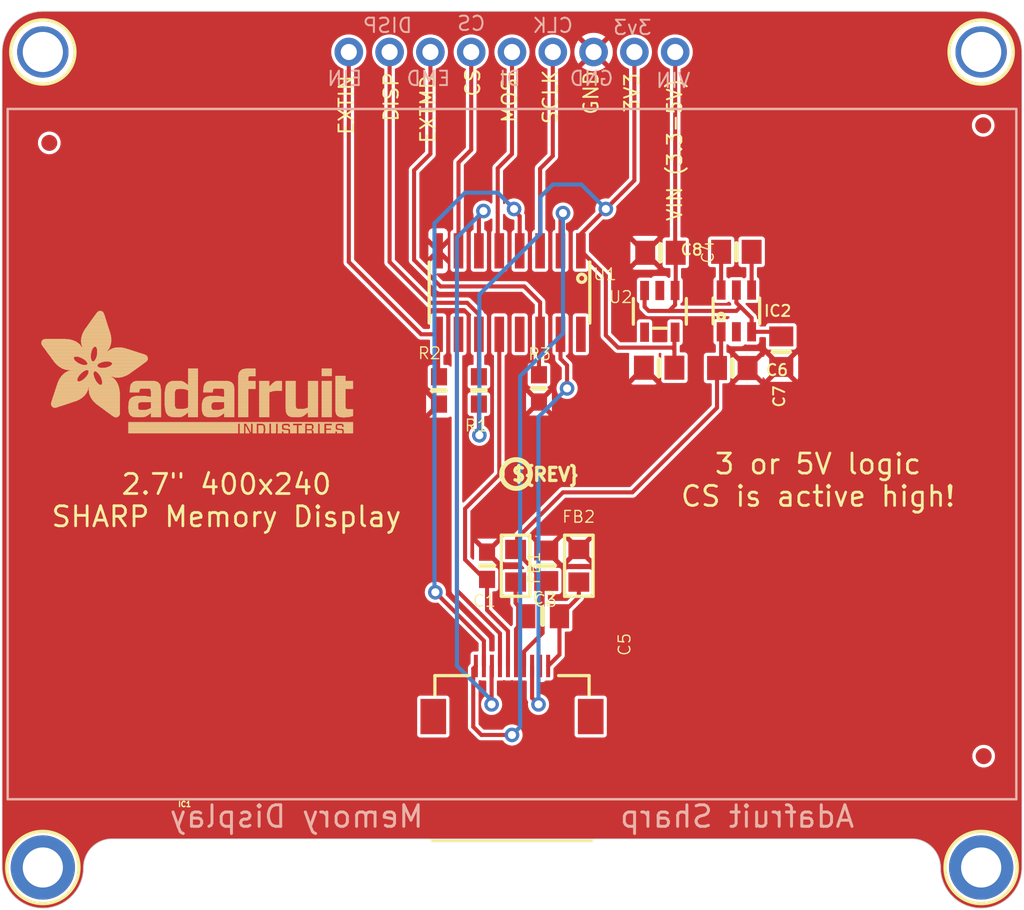
<source format=kicad_pcb>
(kicad_pcb (version 20221018) (generator pcbnew)
  (layers (0 "F.Cu" signal) (1 "In1.Cu" signal) (2 "In2.Cu" signal) (3 "In3.Cu" signal) (4 "In4.Cu" signal) (5 "In5.Cu" signal) (6 "In6.Cu" signal) (7 "In7.Cu" signal) (8 "In8.Cu" signal) (9 "In9.Cu" signal) (10 "In10.Cu" signal) (11 "In11.Cu" signal) (12 "In12.Cu" signal) (13 "In13.Cu" signal) (14 "In14.Cu" signal) (31 "B.Cu" signal) (34 "B.Paste" user) (35 "F.Paste" user) (36 "B.SilkS" user "B.Silkscreen") (37 "F.SilkS" user "F.Silkscreen") (38 "B.Mask" user) (39 "F.Mask" user) (44 "Edge.Cuts" user))
  (net 0 "")
  (net 1 "AVDD")
  (net 2 "AGND")
  (net 3 "GND")
  (net 4 "EXTMODE")
  (net 5 "EXTCOMIN")
  (net 6 "SCS")
  (net 7 "SI")
  (net 8 "SCLK")
  (net 9 "DISP")
  (net 10 "VIN")
  (net 11 "3.3V")
  (net 12 "SCLK_5V")
  (net 13 "SI_5V")
  (net 14 "SCS_5V")
  (net 15 "DISP_5V")
  (net 16 "EXTCOMIN_5V")
  (net 17 "EXTMODE_5V")
  (net 18 "5.0V")
  (net 19 "N$1")
  (net 20 "N$2")
  (footprint "working:FIDUCIAL_1MM" (layer "F.Cu") (at 177.8671 123.4696 180)
    (fp_text reference "FID2" hide)
    (fp_text value "FIDUCIAL_1MM" hide)
    (pad "1" smd roundrect (at 0 0 180) (size 1 1) (layers "F.Cu" "F.Mask") (roundrect_rratio 0.5))
  )
  (footprint "working:MOUNTINGHOLE_2.5_PLATED_THICK" (layer "F.Cu") (at 177.7111 130.4036 90)
    (fp_text reference "U$21" hide)
    (fp_text value "MOUNTINGHOLE2.5_THICK" hide)
    (pad "P$1" thru_hole circle (at 0 0 90) (size 4 4) (drill 2.5) (layers "*.Cu" "*.Mask"))
    (zone (net 0) (net_name "") (layer "F.Cu") (connect_pads (clearance 0)) (min_thickness 0.25)
      (keepout (tracks not_allowed) (vias not_allowed) (pads not_allowed) (copperpour not_allowed) (footprints allowed))
      (fill (thermal_gap 0.5) (thermal_bridge_width 0.5))
      (polygon (pts (xy 177.7111 128.1376) (xy 177.409072 128.157818) (xy 177.112433 128.218113) (xy 176.826478 128.317407) (xy 176.556309 128.45393) (xy 176.306747 128.625245) (xy 176.082246 128.828294) (xy 175.886811 129.059455) (xy 175.723931 129.314602) (xy 175.596513 129.589182) (xy 175.506829 129.878296) (xy 175.45648 130.176783) (xy 175.446365 130.479318) (xy 175.476665 130.780502) (xy 175.546838 131.07496) (xy 175.655632 131.357438) (xy 175.801106 131.622895) (xy 175.980664 131.866593) (xy 176.191102 132.084184) (xy 176.428664 132.271785) (xy 176.689111 132.426048) (xy 176.967796 132.54422) (xy 177.259745 132.624193) (xy 177.559748 132.66454) (xy 177.862452 132.66454) (xy 178.162455 132.624193) (xy 178.454404 132.54422) (xy 178.733089 132.426048) (xy 178.993536 132.271785) (xy 179.231098 132.084184) (xy 179.441536 131.866593) (xy 179.621094 131.622895) (xy 179.766568 131.357438) (xy 179.875362 131.07496) (xy 179.945535 130.780502) (xy 179.975835 130.479318) (xy 179.96572 130.176783) (xy 179.915371 129.878296) (xy 179.825687 129.589182) (xy 179.698269 129.314602) (xy 179.535389 129.059455) (xy 179.339954 128.828294) (xy 179.115453 128.625245) (xy 178.865891 128.45393) (xy 178.595722 128.317407) (xy 178.309767 128.218113) (xy 178.013128 128.157818)))
      (polygon (pts (xy 177.7111 130.1696) (xy 177.615924 130.18983) (xy 177.537204 130.247023) (xy 177.488553 130.33129) (xy 177.478382 130.42806) (xy 177.50845 130.5206) (xy 177.573558 130.59291) (xy 177.662449 130.632487) (xy 177.759751 130.632487) (xy 177.848642 130.59291) (xy 177.91375 130.5206) (xy 177.943818 130.42806) (xy 177.933647 130.33129) (xy 177.884996 130.247023) (xy 177.806276 130.18983)))
    )
  )
  (footprint "working:_0805" (layer "F.Cu") (at 148.7261 111.6076 -90)
    (fp_text reference "FB1" (at -0.9525 -1.143 90) (layer "F.SilkS") (effects (font (size 0.73282 0.73282) (thickness 0.07998)) (justify right)))
    (fp_text value "FERRITE")
    (pad "1" smd rect (at -1.016 0 270) (size 1.2 1.3) (layers "F.Cu" "F.Paste" "F.Mask") (net 18 "5.0V"))
    (pad "2" smd rect (at 1.016 0 270) (size 1.2 1.3) (layers "F.Cu" "F.Paste" "F.Mask") (net 1 "AVDD"))
  )
  (footprint "working:SOT23-6" (layer "F.Cu") (at 162.4711 95.7326)
    (fp_text reference "IC2" (at 1.651 0) (layer "F.SilkS") (effects (font (size 0.692831 0.692831) (thickness 0.119969)) (justify left)))
    (fp_text value "AP3602")
    (pad "1" smd rect (at -0.95 1.3) (size 0.55 1.2) (layers "F.Cu" "F.Paste" "F.Mask") (net 18 "5.0V"))
    (pad "2" smd rect (at 0 1.3) (size 0.55 1.2) (layers "F.Cu" "F.Paste" "F.Mask") (net 3 "GND"))
    (pad "3" smd rect (at 0.95 1.3) (size 0.55 1.2) (layers "F.Cu" "F.Paste" "F.Mask") (net 10 "VIN"))
    (pad "4" smd rect (at 0.95 -1.3) (size 0.55 1.2) (layers "F.Cu" "F.Paste" "F.Mask") (net 20 "N$2"))
    (pad "5" smd rect (at 0 -1.3) (size 0.55 1.2) (layers "F.Cu" "F.Paste" "F.Mask") (net 10 "VIN"))
    (pad "6" smd rect (at -0.95 -1.3) (size 0.55 1.2) (layers "F.Cu" "F.Paste" "F.Mask") (net 19 "N$1"))
  )
  (footprint "working:MOUNTINGHOLE_2.5_PLATED" (layer "F.Cu") (at 119.2911 79.6036 90)
    (fp_text reference "U$28" hide)
    (fp_text value "MOUNTINGHOLE2.5" hide)
    (pad "P$1" thru_hole circle (at 0 0 90) (size 3.2 3.2) (drill 2.5) (layers "*.Cu" "*.Mask"))
    (zone (net 0) (net_name "") (layer "F.Cu") (connect_pads (clearance 0)) (min_thickness 0.25)
      (keepout (tracks not_allowed) (vias not_allowed) (pads not_allowed) (copperpour not_allowed) (footprints allowed))
      (fill (thermal_gap 0.5) (thermal_bridge_width 0.5))
      (polygon (pts (xy 119.2911 77.5876) (xy 119.010527 77.60722) (xy 118.735415 77.665696) (xy 118.471119 77.761892) (xy 118.222783 77.893935) (xy 117.99524 78.059254) (xy 117.79292 78.254633) (xy 117.61976 78.476267) (xy 117.479131 78.719844) (xy 117.37377 78.980622) (xy 117.305728 79.253525) (xy 117.276328 79.533243) (xy 117.286144 79.814329) (xy 117.334984 80.091315) (xy 117.421897 80.358807) (xy 117.545193 80.6116) (xy 117.70247 80.844774) (xy 117.890669 81.053789) (xy 118.106125 81.234578) (xy 118.344645 81.383622) (xy 118.601587 81.49802) (xy 118.87195 81.575546) (xy 119.150471 81.614689) (xy 119.431729 81.614689) (xy 119.71025 81.575546) (xy 119.980613 81.49802) (xy 120.237555 81.383622) (xy 120.476075 81.234578) (xy 120.691531 81.053789) (xy 120.87973 80.844774) (xy 121.037007 80.6116) (xy 121.160303 80.358807) (xy 121.247216 80.091315) (xy 121.296056 79.814329) (xy 121.305872 79.533243) (xy 121.276472 79.253525) (xy 121.20843 78.980622) (xy 121.103069 78.719844) (xy 120.96244 78.476267) (xy 120.78928 78.254633) (xy 120.58696 78.059254) (xy 120.359417 77.893935) (xy 120.111081 77.761892) (xy 119.846785 77.665696) (xy 119.571673 77.60722)))
      (polygon (pts (xy 119.2911 79.6196) (xy 119.302414 79.614914) (xy 119.3071 79.6036) (xy 119.302414 79.592286) (xy 119.2911 79.5876) (xy 119.279786 79.592286) (xy 119.2751 79.6036) (xy 119.279786 79.614914)))
    )
  )
  (footprint "working:0805-NO" (layer "F.Cu") (at 150.6311 111.6076 90)
    (fp_text reference "C3" (at -2.188 0.7275) (layer "F.SilkS") (effects (font (size 0.73282 0.73282) (thickness 0.07998)) (justify right)))
    (fp_text value "1µF")
    (pad "1" smd rect (at -0.95 0 90) (size 1.24 1.5) (layers "F.Cu" "F.Paste" "F.Mask") (net 18 "5.0V"))
    (pad "2" smd rect (at 0.95 0 90) (size 1.24 1.5) (layers "F.Cu" "F.Paste" "F.Mask") (net 3 "GND"))
  )
  (footprint "working:MOUNTINGHOLE_2.5_PLATED" (layer "F.Cu") (at 177.7111 79.6036 -90)
    (fp_text reference "U$27" hide)
    (fp_text value "MOUNTINGHOLE2.5" hide)
    (pad "P$1" thru_hole circle (at 0 0 270) (size 3.2 3.2) (drill 2.5) (layers "*.Cu" "*.Mask"))
    (zone (net 0) (net_name "") (layer "F.Cu") (connect_pads (clearance 0)) (min_thickness 0.25)
      (keepout (tracks not_allowed) (vias not_allowed) (pads not_allowed) (copperpour not_allowed) (footprints allowed))
      (fill (thermal_gap 0.5) (thermal_bridge_width 0.5))
      (polygon (pts (xy 177.7111 81.6196) (xy 177.991673 81.59998) (xy 178.266785 81.541504) (xy 178.531081 81.445308) (xy 178.779417 81.313265) (xy 179.00696 81.147946) (xy 179.20928 80.952567) (xy 179.38244 80.730933) (xy 179.523069 80.487356) (xy 179.62843 80.226578) (xy 179.696472 79.953675) (xy 179.725872 79.673957) (xy 179.716056 79.392871) (xy 179.667216 79.115885) (xy 179.580303 78.848393) (xy 179.457007 78.5956) (xy 179.29973 78.362426) (xy 179.111531 78.153411) (xy 178.896075 77.972622) (xy 178.657555 77.823578) (xy 178.400613 77.70918) (xy 178.13025 77.631654) (xy 177.851729 77.592511) (xy 177.570471 77.592511) (xy 177.29195 77.631654) (xy 177.021587 77.70918) (xy 176.764645 77.823578) (xy 176.526125 77.972622) (xy 176.310669 78.153411) (xy 176.12247 78.362426) (xy 175.965193 78.5956) (xy 175.841897 78.848393) (xy 175.754984 79.115885) (xy 175.706144 79.392871) (xy 175.696328 79.673957) (xy 175.725728 79.953675) (xy 175.79377 80.226578) (xy 175.899131 80.487356) (xy 176.03976 80.730933) (xy 176.21292 80.952567) (xy 176.41524 81.147946) (xy 176.642783 81.313265) (xy 176.891119 81.445308) (xy 177.155415 81.541504) (xy 177.430527 81.59998)))
      (polygon (pts (xy 177.7111 79.5876) (xy 177.699786 79.592286) (xy 177.6951 79.6036) (xy 177.699786 79.614914) (xy 177.7111 79.6196) (xy 177.722414 79.614914) (xy 177.7271 79.6036) (xy 177.722414 79.592286)))
    )
  )
  (footprint "working:SHARP_2.7IN" (layer "F.Cu") (at 148.5011 120.7516)
    (fp_text reference "IC1" (at -20.828 5.715) (layer "F.SilkS") (effects (font (size 0.32642 0.32642) (thickness 0.07998)) (justify left)))
    (fp_text value "LS013B4DN04")
    (pad "P$1" smd rect (at -2.25 -2.9) (size 0.25 1.4) (layers "F.Cu" "F.Paste" "F.Mask") (net 8 "SCLK"))
    (pad "P$2" smd rect (at -1.75 -2.9) (size 0.25 1.4) (layers "F.Cu" "F.Paste" "F.Mask") (net 7 "SI"))
    (pad "P$3" smd rect (at -1.25 -2.9) (size 0.25 1.4) (layers "F.Cu" "F.Paste" "F.Mask") (net 6 "SCS"))
    (pad "P$4" smd rect (at -0.75 -2.9) (size 0.25 1.4) (layers "F.Cu" "F.Paste" "F.Mask") (net 5 "EXTCOMIN"))
    (pad "P$5" smd rect (at -0.25 -2.9) (size 0.25 1.4) (layers "F.Cu" "F.Paste" "F.Mask") (net 9 "DISP"))
    (pad "P$6" smd rect (at 0.25 -2.9) (size 0.25 1.4) (layers "F.Cu" "F.Paste" "F.Mask") (net 1 "AVDD"))
    (pad "P$7" smd rect (at 0.75 -2.9) (size 0.25 1.4) (layers "F.Cu" "F.Paste" "F.Mask") (net 18 "5.0V"))
    (pad "P$8" smd rect (at 1.25 -2.9) (size 0.25 1.4) (layers "F.Cu" "F.Paste" "F.Mask") (net 4 "EXTMODE"))
    (pad "P$9" smd rect (at 1.75 -2.9) (size 0.25 1.4) (layers "F.Cu" "F.Paste" "F.Mask") (net 3 "GND"))
    (pad "P$10" smd rect (at 2.25 -2.9) (size 0.25 1.4) (layers "F.Cu" "F.Paste" "F.Mask") (net 2 "AGND"))
    (pad "SUPPORT1" smd rect (at -4.9 0.25) (size 1.6 2.2) (layers "F.Cu" "F.Paste" "F.Mask"))
    (pad "SUPPORT2" smd rect (at 4.9 0.25) (size 1.6 2.2) (layers "F.Cu" "F.Paste" "F.Mask"))
  )
  (footprint "working:0603-NO" (layer "F.Cu") (at 150.1811 100.5586 90)
    (fp_text reference "R3" (at 2.13 -0.7275) (layer "F.SilkS") (effects (font (size 0.73282 0.73282) (thickness 0.07998)) (justify left)))
    (fp_text value "10K")
    (pad "1" smd rect (at -0.85 0 90) (size 1.075 1) (layers "F.Cu" "F.Paste" "F.Mask") (net 3 "GND"))
    (pad "2" smd rect (at 0.85 0 90) (size 1.075 1) (layers "F.Cu" "F.Paste" "F.Mask") (net 17 "EXTMODE_5V"))
  )
  (footprint "working:0603-NO" (layer "F.Cu") (at 146.9481 111.6076 90)
    (fp_text reference "C1" (at -2.188 0.6005) (layer "F.SilkS") (effects (font (size 0.73282 0.73282) (thickness 0.07998)) (justify right)))
    (fp_text value "0.1µF")
    (pad "1" smd rect (at -0.85 0 90) (size 1.075 1) (layers "F.Cu" "F.Paste" "F.Mask") (net 9 "DISP"))
    (pad "2" smd rect (at 0.85 0 90) (size 1.075 1) (layers "F.Cu" "F.Paste" "F.Mask") (net 3 "GND"))
  )
  (footprint "working:FIDUCIAL_1MM" (layer "F.Cu") (at 119.6931 85.2656 180)
    (fp_text reference "FID1" hide)
    (fp_text value "FIDUCIAL_1MM" hide)
    (pad "1" smd roundrect (at 0 0 180) (size 1 1) (layers "F.Cu" "F.Mask") (roundrect_rratio 0.5))
  )
  (footprint "working:0603-NO" (layer "F.Cu") (at 146.4401 100.6856 90)
    (fp_text reference "R1" (at -2.188 0.6005) (layer "F.SilkS") (effects (font (size 0.73282 0.73282) (thickness 0.07998)) (justify right)))
    (fp_text value "10K")
    (pad "1" smd rect (at -0.85 0 90) (size 1.075 1) (layers "F.Cu" "F.Paste" "F.Mask") (net 11 "3.3V"))
    (pad "2" smd rect (at 0.85 0 90) (size 1.075 1) (layers "F.Cu" "F.Paste" "F.Mask") (net 15 "DISP_5V"))
  )
  (footprint "working:_0805" (layer "F.Cu") (at 152.6631 111.6076 -90)
    (fp_text reference "FB2" (at -3.05 -1.0705) (layer "F.SilkS") (effects (font (size 0.73282 0.73282) (thickness 0.07998)) (justify right)))
    (fp_text value "FERRITE")
    (pad "1" smd rect (at -1.016 0 270) (size 1.2 1.3) (layers "F.Cu" "F.Paste" "F.Mask") (net 3 "GND"))
    (pad "2" smd rect (at 1.016 0 270) (size 1.2 1.3) (layers "F.Cu" "F.Paste" "F.Mask") (net 2 "AGND"))
  )
  (footprint "working:0805-NO" (layer "F.Cu") (at 162.2171 99.2886)
    (fp_text reference "C6" (at 2.032 0.127) (layer "F.SilkS") (effects (font (size 0.692831 0.692831) (thickness 0.119969)) (justify left)))
    (fp_text value "10uF")
    (pad "1" smd rect (at -0.95 0) (size 1.24 1.5) (layers "F.Cu" "F.Paste" "F.Mask") (net 18 "5.0V"))
    (pad "2" smd rect (at 0.95 0) (size 1.24 1.5) (layers "F.Cu" "F.Paste" "F.Mask") (net 3 "GND"))
  )
  (footprint "working:0603-NO" (layer "F.Cu") (at 143.9581 100.6856 -90)
    (fp_text reference "R2" (at -2.315 1.3625) (layer "F.SilkS") (effects (font (size 0.73282 0.73282) (thickness 0.07998)) (justify left)))
    (fp_text value "10K")
    (pad "1" smd rect (at -0.85 0 270) (size 1.075 1) (layers "F.Cu" "F.Paste" "F.Mask") (net 16 "EXTCOMIN_5V"))
    (pad "2" smd rect (at 0.85 0 270) (size 1.075 1) (layers "F.Cu" "F.Paste" "F.Mask") (net 3 "GND"))
  )
  (footprint "working:0805_10MGAP" (layer "F.Cu") (at 150.4061 114.7536)
    (fp_text reference "C2" (at -0.6985 -1.143) (layer "F.SilkS") (effects (font (size 0.73282 0.73282) (thickness 0.07998)) (justify left)))
    (fp_text value "1µF")
    (pad "1" smd rect (at -1.05 0) (size 1.2 1.5) (layers "F.Cu" "F.Paste" "F.Mask") (net 1 "AVDD"))
    (pad "2" smd rect (at 1.05 0) (size 1.2 1.5) (layers "F.Cu" "F.Paste" "F.Mask") (net 2 "AGND"))
  )
  (footprint "working:SOT23-5" (layer "F.Cu") (at 157.7051 95.7596 180)
    (fp_text reference "U2" (at 1.651 0.889) (layer "F.SilkS") (effects (font (size 0.73282 0.73282) (thickness 0.07998)) (justify right)))
    (fp_text value "AP2112K-3.3")
    (pad "1" smd rect (at -0.95 1.3001 180) (size 0.55 1.2) (layers "F.Cu" "F.Paste" "F.Mask") (net 10 "VIN"))
    (pad "2" smd rect (at 0 1.3001 180) (size 0.55 1.2) (layers "F.Cu" "F.Paste" "F.Mask") (net 3 "GND"))
    (pad "3" smd rect (at 0.95 1.3001 180) (size 0.55 1.2) (layers "F.Cu" "F.Paste" "F.Mask") (net 10 "VIN"))
    (pad "4" smd rect (at 0.95 -1.3001 180) (size 0.55 1.2) (layers "F.Cu" "F.Paste" "F.Mask"))
    (pad "5" smd rect (at -0.95 -1.3001 180) (size 0.55 1.2) (layers "F.Cu" "F.Paste" "F.Mask") (net 11 "3.3V"))
  )
  (footprint "working:ADAFRUIT_TEXT_20MM" (layer "F.Cu") (at 119.0371 103.3526)
    (fp_text reference "U$32" hide)
    (fp_text value "" hide)
  )
  (footprint "working:FIDUCIAL_1MM" (layer "F.Cu") (at 177.8381 84.1756 180)
    (fp_text reference "FID3" hide)
    (fp_text value "FIDUCIAL_1MM" hide)
    (pad "1" smd roundrect (at 0 0 180) (size 1 1) (layers "F.Cu" "F.Mask") (roundrect_rratio 0.5))
  )
  (footprint "working:0805-NO" (layer "F.Cu") (at 157.7451 92.1096 180)
    (fp_text reference "C4" (at -2.95 -0.7275 90) (layer "F.SilkS") (effects (font (size 0.73282 0.73282) (thickness 0.07998)) (justify left)))
    (fp_text value "10µF")
    (pad "1" smd rect (at -0.95 0 180) (size 1.24 1.5) (layers "F.Cu" "F.Paste" "F.Mask") (net 10 "VIN"))
    (pad "2" smd rect (at 0.95 0 180) (size 1.24 1.5) (layers "F.Cu" "F.Paste" "F.Mask") (net 3 "GND"))
  )
  (footprint "working:0805-NO" (layer "F.Cu") (at 162.4711 92.0496 180)
    (fp_text reference "C8" (at 2.032 0.127) (layer "F.SilkS") (effects (font (size 0.692831 0.692831) (thickness 0.119969)) (justify right)))
    (fp_text value "1uF")
    (pad "1" smd rect (at -0.95 0 180) (size 1.24 1.5) (layers "F.Cu" "F.Paste" "F.Mask") (net 20 "N$2"))
    (pad "2" smd rect (at 0.95 0 180) (size 1.24 1.5) (layers "F.Cu" "F.Paste" "F.Mask") (net 19 "N$1"))
  )
  (footprint "working:0805-NO" (layer "F.Cu") (at 165.2651 98.2726 -90)
    (fp_text reference "C7" (at 2.032 0.127 90) (layer "F.SilkS") (effects (font (size 0.692831 0.692831) (thickness 0.119969)) (justify right)))
    (fp_text value "10uF")
    (pad "1" smd rect (at -0.95 0 270) (size 1.24 1.5) (layers "F.Cu" "F.Paste" "F.Mask") (net 10 "VIN"))
    (pad "2" smd rect (at 0.95 0 270) (size 1.24 1.5) (layers "F.Cu" "F.Paste" "F.Mask") (net 3 "GND"))
  )
  (footprint "working:1X09_ROUND_70" (layer "F.Cu") (at 148.5011 79.6036 180)
    (fp_text reference "JP1" (at -29.2898 1.0632 90) (layer "F.SilkS") (effects (font (size 0.73282 0.73282) (thickness 0.07998)) (justify right)))
    (fp_text value "")
    (pad "1" thru_hole circle (at -10.16 0 270) (size 1.778 1.778) (drill 1) (layers "*.Cu" "*.Mask") (net 10 "VIN"))
    (pad "2" thru_hole circle (at -7.62 0 270) (size 1.778 1.778) (drill 1) (layers "*.Cu" "*.Mask") (net 11 "3.3V"))
    (pad "3" thru_hole circle (at -5.08 0 270) (size 1.778 1.778) (drill 1) (layers "*.Cu" "*.Mask") (net 3 "GND"))
    (pad "4" thru_hole circle (at -2.54 0 270) (size 1.778 1.778) (drill 1) (layers "*.Cu" "*.Mask") (net 12 "SCLK_5V"))
    (pad "5" thru_hole circle (at 0 0 270) (size 1.778 1.778) (drill 1) (layers "*.Cu" "*.Mask") (net 13 "SI_5V"))
    (pad "6" thru_hole circle (at 2.54 0 270) (size 1.778 1.778) (drill 1) (layers "*.Cu" "*.Mask") (net 14 "SCS_5V"))
    (pad "7" thru_hole circle (at 5.08 0 270) (size 1.778 1.778) (drill 1) (layers "*.Cu" "*.Mask") (net 17 "EXTMODE_5V"))
    (pad "8" thru_hole circle (at 7.62 0 270) (size 1.778 1.778) (drill 1) (layers "*.Cu" "*.Mask") (net 15 "DISP_5V"))
    (pad "9" thru_hole circle (at 10.16 0 270) (size 1.778 1.778) (drill 1) (layers "*.Cu" "*.Mask") (net 16 "EXTCOMIN_5V"))
  )
  (footprint "working:PCBFEAT-REV-040" (layer "F.Cu") (at 148.7551 105.8926)
    (fp_text reference "U$29" hide)
    (fp_text value "" hide)
    (fp_text user "${REV}" (at -0.3556 0.508) (layer "F.SilkS") (effects (font (size 0.8128 0.8128) (thickness 0.2032)) (justify left bottom)))
  )
  (footprint "working:MOUNTINGHOLE_2.5_PLATED_THICK" (layer "F.Cu") (at 119.2911 130.4036 -90)
    (fp_text reference "U$22" hide)
    (fp_text value "MOUNTINGHOLE2.5_THICK" hide)
    (pad "P$1" thru_hole circle (at 0 0 270) (size 4 4) (drill 2.5) (layers "*.Cu" "*.Mask"))
    (zone (net 0) (net_name "") (layer "F.Cu") (connect_pads (clearance 0)) (min_thickness 0.25)
      (keepout (tracks not_allowed) (vias not_allowed) (pads not_allowed) (copperpour not_allowed) (footprints allowed))
      (fill (thermal_gap 0.5) (thermal_bridge_width 0.5))
      (polygon (pts (xy 119.2911 132.6696) (xy 119.593128 132.649382) (xy 119.889767 132.589087) (xy 120.175722 132.489793) (xy 120.445891 132.35327) (xy 120.695453 132.181955) (xy 120.919954 131.978906) (xy 121.115389 131.747745) (xy 121.278269 131.492598) (xy 121.405687 131.218018) (xy 121.495371 130.928904) (xy 121.54572 130.630417) (xy 121.555835 130.327882) (xy 121.525535 130.026698) (xy 121.455362 129.73224) (xy 121.346568 129.449762) (xy 121.201094 129.184305) (xy 121.021536 128.940607) (xy 120.811098 128.723016) (xy 120.573536 128.535415) (xy 120.313089 128.381152) (xy 120.034404 128.26298) (xy 119.742455 128.183007) (xy 119.442452 128.14266) (xy 119.139748 128.14266) (xy 118.839745 128.183007) (xy 118.547796 128.26298) (xy 118.269111 128.381152) (xy 118.008664 128.535415) (xy 117.771102 128.723016) (xy 117.560664 128.940607) (xy 117.381106 129.184305) (xy 117.235632 129.449762) (xy 117.126838 129.73224) (xy 117.056665 130.026698) (xy 117.026365 130.327882) (xy 117.03648 130.630417) (xy 117.086829 130.928904) (xy 117.176513 131.218018) (xy 117.303931 131.492598) (xy 117.466811 131.747745) (xy 117.662246 131.978906) (xy 117.886747 132.181955) (xy 118.136309 132.35327) (xy 118.406478 132.489793) (xy 118.692433 132.589087) (xy 118.989072 132.649382)))
      (polygon (pts (xy 119.2911 130.6376) (xy 119.386276 130.61737) (xy 119.464996 130.560177) (xy 119.513647 130.47591) (xy 119.523818 130.37914) (xy 119.49375 130.2866) (xy 119.428642 130.21429) (xy 119.339751 130.174713) (xy 119.242449 130.174713) (xy 119.153558 130.21429) (xy 119.08845 130.2866) (xy 119.058382 130.37914) (xy 119.068553 130.47591) (xy 119.117204 130.560177) (xy 119.195924 130.61737)))
    )
  )
  (footprint "working:0805-NO" (layer "F.Cu") (at 157.6631 99.2686 180)
    (fp_text reference "C5" (at 2.157 -18.0085 90) (layer "F.SilkS") (effects (font (size 0.73282 0.73282) (thickness 0.07998)) (justify left)))
    (fp_text value "10µF")
    (pad "1" smd rect (at -0.95 0 180) (size 1.24 1.5) (layers "F.Cu" "F.Paste" "F.Mask") (net 11 "3.3V"))
    (pad "2" smd rect (at 0.95 0 180) (size 1.24 1.5) (layers "F.Cu" "F.Paste" "F.Mask") (net 3 "GND"))
  )
  (footprint "working:SOIC16" (layer "F.Cu") (at 148.3451 94.5896 180)
    (fp_text reference "U1" (at -6.731 1.143) (layer "F.SilkS") (effects (font (size 0.73282 0.73282) (thickness 0.07998)) (justify right)))
    (fp_text value "74HC4050D")
    (pad "1" smd rect (at -4.445 2.6 180) (size 0.6 2.2) (layers "F.Cu" "F.Paste" "F.Mask") (net 11 "3.3V"))
    (pad "2" smd rect (at -3.175 2.6 180) (size 0.6 2.2) (layers "F.Cu" "F.Paste" "F.Mask") (net 8 "SCLK"))
    (pad "3" smd rect (at -1.905 2.6 180) (size 0.6 2.2) (layers "F.Cu" "F.Paste" "F.Mask") (net 12 "SCLK_5V"))
    (pad "4" smd rect (at -0.635 2.6 180) (size 0.6 2.2) (layers "F.Cu" "F.Paste" "F.Mask") (net 7 "SI"))
    (pad "5" smd rect (at 0.635 2.6 180) (size 0.6 2.2) (layers "F.Cu" "F.Paste" "F.Mask") (net 13 "SI_5V"))
    (pad "6" smd rect (at 1.905 2.6 180) (size 0.6 2.2) (layers "F.Cu" "F.Paste" "F.Mask") (net 6 "SCS"))
    (pad "7" smd rect (at 3.175 2.6 180) (size 0.6 2.2) (layers "F.Cu" "F.Paste" "F.Mask") (net 14 "SCS_5V"))
    (pad "8" smd rect (at 4.445 2.6 180) (size 0.6 2.2) (layers "F.Cu" "F.Paste" "F.Mask") (net 3 "GND"))
    (pad "9" smd rect (at 4.445 -2.6 180) (size 0.6 2.2) (layers "F.Cu" "F.Paste" "F.Mask") (net 16 "EXTCOMIN_5V"))
    (pad "10" smd rect (at 3.175 -2.6 180) (size 0.6 2.2) (layers "F.Cu" "F.Paste" "F.Mask") (net 5 "EXTCOMIN"))
    (pad "11" smd rect (at 1.905 -2.6 180) (size 0.6 2.2) (layers "F.Cu" "F.Paste" "F.Mask") (net 15 "DISP_5V"))
    (pad "12" smd rect (at 0.635 -2.6 180) (size 0.6 2.2) (layers "F.Cu" "F.Paste" "F.Mask") (net 9 "DISP"))
    (pad "13" smd rect (at -0.635 -2.6 180) (size 0.6 2.2) (layers "F.Cu" "F.Paste" "F.Mask"))
    (pad "14" smd rect (at -1.905 -2.6 180) (size 0.6 2.2) (layers "F.Cu" "F.Paste" "F.Mask") (net 17 "EXTMODE_5V"))
    (pad "15" smd rect (at -3.175 -2.6 180) (size 0.6 2.2) (layers "F.Cu" "F.Paste" "F.Mask") (net 4 "EXTMODE"))
    (pad "16" smd rect (at -4.445 -2.6 180) (size 0.6 2.2) (layers "F.Cu" "F.Paste" "F.Mask"))
  )
  (gr_arc (start 177.7111 132.9436) (mid 175.915049 132.199651) (end 175.1711 130.4036) (stroke (width 0.05)) (layer "Edge.Cuts"))
  (gr_line (start 116.7511 130.4036) (end 116.7511 79.6036) (stroke (width 0.05)) (layer "Edge.Cuts"))
  (gr_arc (start 121.8311 130.4036) (mid 121.087151 132.199651) (end 119.2911 132.9436) (stroke (width 0.05)) (layer "Edge.Cuts"))
  (gr_arc (start 121.8311 130.4036) (mid 122.351864 129.146364) (end 123.6091 128.6256) (stroke (width 0.05)) (layer "Edge.Cuts"))
  (gr_line (start 173.3931 128.6256) (end 123.6091 128.6256) (stroke (width 0.05)) (layer "Edge.Cuts"))
  (gr_line (start 119.2911 77.0636) (end 177.7111 77.0636) (stroke (width 0.05)) (layer "Edge.Cuts"))
  (gr_line (start 180.2511 79.6036) (end 180.2511 130.4036) (stroke (width 0.05)) (layer "Edge.Cuts"))
  (gr_arc (start 173.3931 128.6256) (mid 174.650336 129.146364) (end 175.1711 130.4036) (stroke (width 0.05)) (layer "Edge.Cuts"))
  (gr_arc (start 116.7511 79.6036) (mid 117.495049 77.807548) (end 119.291101 77.063599) (stroke (width 0.05)) (layer "Edge.Cuts"))
  (gr_arc (start 177.7111 77.0636) (mid 179.507151 77.807549) (end 180.2511 79.6036) (stroke (width 0.05)) (layer "Edge.Cuts"))
  (gr_arc (start 119.2911 132.9436) (mid 117.495049 132.199651) (end 116.751101 130.403599) (stroke (width 0.05)) (layer "Edge.Cuts"))
  (gr_arc (start 180.2511 130.4036) (mid 179.507151 132.199651) (end 177.7111 132.9436) (stroke (width 0.05)) (layer "Edge.Cuts"))
  (gr_text "DISP" (at 140.7541 77.9526) (layer "B.SilkS") (effects (font (size 0.89408 0.89408) (thickness 0.12192)) (justify mirror)))
  (gr_text "3v3" (at 155.9941 78.0796) (layer "B.SilkS") (effects (font (size 0.89408 0.89408) (thickness 0.12192)) (justify mirror)))
  (gr_text "GND" (at 153.4541 81.2546) (layer "B.SilkS") (effects (font (size 0.89408 0.89408) (thickness 0.12192)) (justify mirror)))
  (gr_text "DI" (at 148.3741 81.2546) (layer "B.SilkS") (effects (font (size 0.89408 0.89408) (thickness 0.12192)) (justify mirror)))
  (gr_text "Adafruit Sharp            Memory Display" (at 148.5011 127.2286) (layer "B.SilkS") (effects (font (size 1.34112 1.34112) (thickness 0.18288)) (justify mirror)))
  (gr_text "EIN" (at 138.0871 81.2546) (layer "B.SilkS") (effects (font (size 0.89408 0.89408) (thickness 0.12192)) (justify mirror)))
  (gr_text "CS" (at 145.9611 77.8256) (layer "B.SilkS") (effects (font (size 0.89408 0.89408) (thickness 0.12192)) (justify mirror)))
  (gr_text "VIN" (at 158.5341 81.3816) (layer "B.SilkS") (effects (font (size 0.89408 0.89408) (thickness 0.12192)) (justify mirror)))
  (gr_text "EMD" (at 143.2941 81.2546) (layer "B.SilkS") (effects (font (size 0.89408 0.89408) (thickness 0.12192)) (justify mirror)))
  (gr_text "CLK" (at 151.0411 77.9526) (layer "B.SilkS") (effects (font (size 0.89408 0.89408) (thickness 0.12192)) (justify mirror)))
  (gr_text "DISP" (at 140.9791 82.3976 90) (layer "F.SilkS") (effects (font (size 0.89408 0.89408) (thickness 0.12192))))
  (gr_text "3 or 5V logic\nCS is active high!" (at 167.5511 106.2736) (layer "F.SilkS") (effects (font (size 1.251712 1.251712) (thickness 0.170688))))
  (gr_text "3V3" (at 155.9651 82.1436 90) (layer "F.SilkS") (effects (font (size 0.89408 0.89408) (thickness 0.12192))))
  (gr_text "MOSI" (at 148.3451 82.3976 90) (layer "F.SilkS") (effects (font (size 0.89408 0.89408) (thickness 0.12192))))
  (gr_text "CS" (at 146.0591 81.5086 90) (layer "F.SilkS") (effects (font (size 0.89408 0.89408) (thickness 0.12192))))
  (gr_text "2.7\" 400x240\nSHARP Memory Display\n" (at 130.7211 107.5436) (layer "F.SilkS") (effects (font (size 1.251712 1.251712) (thickness 0.170688))))
  (gr_text "EXTMD" (at 143.2651 83.1596 90) (layer "F.SilkS") (effects (font (size 0.89408 0.89408) (thickness 0.12192))))
  (gr_text "VIN (3.3-5V)" (at 158.6321 85.6996 90) (layer "F.SilkS") (effects (font (size 0.89408 0.89408) (thickness 0.12192))))
  (gr_text "EXTIN" (at 138.1851 82.9056 90) (layer "F.SilkS") (effects (font (size 0.89408 0.89408) (thickness 0.12192))))
  (gr_text "GND" (at 153.4251 82.1436 90) (layer "F.SilkS") (effects (font (size 0.89408 0.89408) (thickness 0.12192))))
  (gr_text "SCLK" (at 150.8851 82.3976 90) (layer "F.SilkS") (effects (font (size 0.89408 0.89408) (thickness 0.12192))))
  (segment (start 148.7261 113.9236) (end 148.7261 112.6236) (width 0.254) (layer "F.Cu") (net 1))
  (segment (start 149.3561 114.7536) (end 148.7261 113.9236) (width 0.254) (layer "F.Cu") (net 1))
  (segment (start 148.7511 117.8516) (end 148.7511 115.5586) (width 0.254) (layer "F.Cu") (net 1))
  (segment (start 148.7511 115.5586) (end 149.3561 114.7536) (width 0.254) (layer "F.Cu") (net 1))
  (segment (start 151.4561 114.7536) (end 151.4561 117.1466) (width 0.254) (layer "F.Cu") (net 2))
  (segment (start 152.6631 113.5466) (end 151.4561 114.7536) (width 0.254) (layer "F.Cu") (net 2))
  (segment (start 151.4561 117.1466) (end 150.7511 117.8516) (width 0.254) (layer "F.Cu") (net 2))
  (segment (start 152.6631 112.6236) (end 152.6631 113.5466) (width 0.254) (layer "F.Cu") (net 2))
  (segment (start 151.9301 99.1236) (end 151.5201 98.7136) (width 0.254) (layer "F.Cu") (net 4))
  (segment (start 151.9301 100.5586) (end 151.9301 99.1236) (width 0.254) (layer "F.Cu") (net 4))
  (segment (start 151.5201 98.7136) (end 151.5201 97.1896) (width 0.254) (layer "F.Cu") (net 4))
  (segment (start 149.7511 119.8426) (end 150.1521 120.2436) (width 0.254) (layer "F.Cu") (net 4))
  (segment (start 149.7511 117.8516) (end 149.7511 119.8426) (width 0.254) (layer "F.Cu") (net 4))
  (via (at 150.1521 120.2436) (size 0.9064) (drill 0.5) (layers "F.Cu" "B.Cu") (net 4))
  (via (at 151.9301 100.5586) (size 0.9064) (drill 0.5) (layers "F.Cu" "B.Cu") (net 4))
  (segment (start 150.1521 102.3366) (end 151.9301 100.5586) (width 0.254) (layer "B.Cu") (net 4))
  (segment (start 150.1521 120.2436) (end 150.1521 102.3366) (width 0.254) (layer "B.Cu") (net 4))
  (segment (start 145.0721 97.2876) (end 145.0721 113.143181) (width 0.254) (layer "F.Cu") (net 5))
  (segment (start 145.1701 97.1896) (end 145.0721 97.2876) (width 0.254) (layer "F.Cu") (net 5))
  (segment (start 145.0721 113.143181) (end 147.7511 115.822181) (width 0.254) (layer "F.Cu") (net 5))
  (segment (start 147.7511 115.822181) (end 147.7511 117.8516) (width 0.254) (layer "F.Cu") (net 5))
  (segment (start 147.2311 120.2436) (end 147.2311 117.8716) (width 0.254) (layer "F.Cu") (net 6))
  (segment (start 146.4401 89.7926) (end 146.7231 89.5096) (width 0.254) (layer "F.Cu") (net 6))
  (segment (start 146.4401 91.9896) (end 146.4401 89.7926) (width 0.254) (layer "F.Cu") (net 6))
  (segment (start 147.2311 117.8716) (end 147.2511 117.8516) (width 0.254) (layer "F.Cu") (net 6))
  (via (at 146.7231 89.5096) (size 0.9064) (drill 0.5) (layers "F.Cu" "B.Cu") (net 6))
  (via (at 147.2311 120.2436) (size 0.9064) (drill 0.5) (layers "F.Cu" "B.Cu") (net 6))
  (segment (start 146.7231 89.5096) (end 145.0721 91.1606) (width 0.254) (layer "B.Cu") (net 6))
  (segment (start 145.0721 117.8306) (end 147.2311 119.9896) (width 0.254) (layer "B.Cu") (net 6))
  (segment (start 145.0721 91.1606) (end 145.0721 117.8306) (width 0.254) (layer "B.Cu") (net 6))
  (segment (start 147.2311 119.9896) (end 147.2311 120.2436) (width 0.254) (layer "B.Cu") (net 6))
  (segment (start 148.9801 91.9896) (end 148.9801 89.8306) (width 0.254) (layer "F.Cu") (net 7))
  (segment (start 148.9801 89.8306) (end 148.6281 89.4786) (width 0.254) (layer "F.Cu") (net 7))
  (segment (start 143.7299 113.2586) (end 146.7511 116.2798) (width 0.254) (layer "F.Cu") (net 7))
  (segment (start 146.7511 116.2798) (end 146.7511 117.8516) (width 0.254) (layer "F.Cu") (net 7))
  (segment (start 148.6281 89.4786) (end 148.6281 89.3826) (width 0.254) (layer "F.Cu") (net 7))
  (via (at 148.6281 89.3826) (size 0.9064) (drill 0.5) (layers "F.Cu" "B.Cu") (net 7))
  (via (at 143.7299 113.2586) (size 0.9064) (drill 0.5) (layers "F.Cu" "B.Cu") (net 7))
  (segment (start 143.6751 90.2716) (end 143.6751 113.2038) (width 0.254) (layer "B.Cu") (net 7))
  (segment (start 148.6281 89.3826) (end 147.6121 88.3666) (width 0.254) (layer "B.Cu") (net 7))
  (segment (start 147.6121 88.3666) (end 145.5801 88.3666) (width 0.254) (layer "B.Cu") (net 7))
  (segment (start 143.6751 113.2038) (end 143.7299 113.2586) (width 0.254) (layer "B.Cu") (net 7))
  (segment (start 145.5801 88.3666) (end 143.6751 90.2716) (width 0.254) (layer "B.Cu") (net 7))
  (segment (start 146.0881 118.0146) (end 146.2511 117.8516) (width 0.254) (layer "F.Cu") (net 8))
  (segment (start 148.5011 122.1486) (end 146.5961 122.1486) (width 0.254) (layer "F.Cu") (net 8))
  (segment (start 151.5201 89.7926) (end 151.6761 89.6366) (width 0.254) (layer "F.Cu") (net 8))
  (segment (start 146.5961 122.1486) (end 146.0881 121.6406) (width 0.254) (layer "F.Cu") (net 8))
  (segment (start 146.0881 121.6406) (end 146.0881 118.0146) (width 0.254) (layer "F.Cu") (net 8))
  (segment (start 151.5201 91.9896) (end 151.5201 89.7926) (width 0.254) (layer "F.Cu") (net 8))
  (via (at 151.6761 89.6366) (size 0.9064) (drill 0.5) (layers "F.Cu" "B.Cu") (net 8))
  (via (at 148.5011 122.1486) (size 0.9064) (drill 0.5) (layers "F.Cu" "B.Cu") (net 8))
  (segment (start 149.0091 99.7966) (end 149.0091 121.6406) (width 0.254) (layer "B.Cu") (net 8))
  (segment (start 149.0091 121.6406) (end 148.5011 122.1486) (width 0.254) (layer "B.Cu") (net 8))
  (segment (start 151.6761 97.1296) (end 149.0091 99.7966) (width 0.254) (layer "B.Cu") (net 8))
  (segment (start 151.6761 89.6366) (end 151.6761 97.1296) (width 0.254) (layer "B.Cu") (net 8))
  (segment (start 146.8111 112.4576) (end 146.9481 112.4576) (width 0.254) (layer "F.Cu") (net 9))
  (segment (start 147.7101 105.9216) (end 145.5801 108.0516) (width 0.254) (layer "F.Cu") (net 9))
  (segment (start 147.7101 97.1896) (end 147.7101 105.9216) (width 0.254) (layer "F.Cu") (net 9))
  (segment (start 146.9481 112.4576) (end 146.9481 114.3726) (width 0.254) (layer "F.Cu") (net 9))
  (segment (start 145.5801 108.0516) (end 145.5801 111.2266) (width 0.254) (layer "F.Cu") (net 9))
  (segment (start 146.9481 114.3726) (end 148.2511 115.6756) (width 0.254) (layer "F.Cu") (net 9))
  (segment (start 145.5801 111.2266) (end 146.8111 112.4576) (width 0.254) (layer "F.Cu") (net 9))
  (segment (start 148.2511 115.6756) (end 148.2511 117.8516) (width 0.254) (layer "F.Cu") (net 9))
  (segment (start 163.4211 96.1746) (end 163.4211 97.0326) (width 0.254) (layer "F.Cu") (net 10))
  (segment (start 158.6611 79.6036) (end 158.6611 92.0756) (width 0.254) (layer "F.Cu") (net 10))
  (segment (start 162.4711 94.4326) (end 162.4711 95.2246) (width 0.254) (layer "F.Cu") (net 10))
  (segment (start 164.9751 97.0326) (end 165.2651 97.3226) (width 0.254) (layer "F.Cu") (net 10))
  (segment (start 162.4711 95.7326) (end 162.7251 95.4786) (width 0.254) (layer "F.Cu") (net 10))
  (segment (start 158.2801 95.7326) (end 158.6551 95.3576) (width 0.254) (layer "F.Cu") (net 10))
  (segment (start 162.4711 95.2246) (end 162.7251 95.4786) (width 0.254) (layer "F.Cu") (net 10))
  (segment (start 163.4211 97.0326) (end 164.9751 97.0326) (width 0.254) (layer "F.Cu") (net 10))
  (segment (start 158.6551 95.3576) (end 158.6551 94.4595) (width 0.254) (layer "F.Cu") (net 10))
  (segment (start 162.7251 95.4786) (end 163.4211 96.1746) (width 0.254) (layer "F.Cu") (net 10))
  (segment (start 156.7551 95.4776) (end 157.0101 95.7326) (width 0.254) (layer "F.Cu") (net 10))
  (segment (start 158.6611 92.0756) (end 158.6951 92.1096) (width 0.254) (layer "F.Cu") (net 10))
  (segment (start 158.6951 92.1096) (end 158.6951 94.4195) (width 0.254) (layer "F.Cu") (net 10))
  (segment (start 158.2801 95.7326) (end 162.4711 95.7326) (width 0.254) (layer "F.Cu") (net 10))
  (segment (start 157.0101 95.7326) (end 158.2801 95.7326) (width 0.254) (layer "F.Cu") (net 10))
  (segment (start 156.7551 94.4595) (end 156.7551 95.4776) (width 0.254) (layer "F.Cu") (net 10))
  (segment (start 158.6951 94.4195) (end 158.6551 94.4595) (width 0.254) (layer "F.Cu") (net 10))
  (segment (start 158.6131 99.2686) (end 158.6131 98.1456) (width 0.254) (layer "F.Cu") (net 11))
  (segment (start 158.6131 97.1017) (end 158.6551 97.0597) (width 0.254) (layer "F.Cu") (net 11))
  (segment (start 156.1211 79.6036) (end 156.1211 87.6046) (width 0.254) (layer "F.Cu") (net 11))
  (segment (start 154.3431 89.3826) (end 152.7901 90.9356) (width 0.254) (layer "F.Cu") (net 11))
  (segment (start 152.7901 91.9896) (end 154.3431 93.5426) (width 0.254) (layer "F.Cu") (net 11))
  (segment (start 146.4401 101.5356) (end 146.4401 103.4506) (width 0.254) (layer "F.Cu") (net 11))
  (segment (start 156.1211 87.6046) (end 154.3431 89.3826) (width 0.254) (layer "F.Cu") (net 11))
  (segment (start 154.3431 97.2566) (end 155.1051 98.0186) (width 0.254) (layer "F.Cu") (net 11))
  (segment (start 152.7901 90.9356) (end 152.7901 91.9896) (width 0.254) (layer "F.Cu") (net 11))
  (segment (start 154.3431 93.5426) (end 154.3431 97.2566) (width 0.254) (layer "F.Cu") (net 11))
  (segment (start 155.1051 98.0186) (end 158.4861 98.0186) (width 0.254) (layer "F.Cu") (net 11))
  (segment (start 158.4861 98.0186) (end 158.6131 98.1456) (width 0.254) (layer "F.Cu") (net 11))
  (segment (start 146.4401 103.4506) (end 146.4691 103.4796) (width 0.254) (layer "F.Cu") (net 11))
  (segment (start 158.6131 98.1456) (end 158.6131 97.1017) (width 0.254) (layer "F.Cu") (net 11))
  (via (at 154.3431 89.3826) (size 0.9064) (drill 0.5) (layers "F.Cu" "B.Cu") (net 11))
  (via (at 146.4691 103.4796) (size 0.9064) (drill 0.5) (layers "F.Cu" "B.Cu") (net 11))
  (segment (start 146.4691 94.7166) (end 150.2791 90.9066) (width 0.254) (layer "B.Cu") (net 11))
  (segment (start 146.4691 103.4796) (end 146.4691 94.7166) (width 0.254) (layer "B.Cu") (net 11))
  (segment (start 152.8191 87.8586) (end 154.3431 89.3826) (width 0.254) (layer "B.Cu") (net 11))
  (segment (start 150.2791 88.6206) (end 151.0411 87.8586) (width 0.254) (layer "B.Cu") (net 11))
  (segment (start 150.2791 90.9066) (end 150.2791 88.6206) (width 0.254) (layer "B.Cu") (net 11))
  (segment (start 151.0411 87.8586) (end 152.8191 87.8586) (width 0.254) (layer "B.Cu") (net 11))
  (segment (start 151.0411 86.0806) (end 151.0411 79.6036) (width 0.254) (layer "F.Cu") (net 12))
  (segment (start 150.2501 86.8716) (end 150.2501 91.9896) (width 0.254) (layer "F.Cu") (net 12))
  (segment (start 150.2501 86.8716) (end 151.0411 86.0806) (width 0.254) (layer "F.Cu") (net 12))
  (segment (start 147.6121 86.8426) (end 147.6121 91.8916) (width 0.254) (layer "F.Cu") (net 13))
  (segment (start 148.5011 79.6036) (end 148.5011 85.9536) (width 0.254) (layer "F.Cu") (net 13))
  (segment (start 147.7101 91.9896) (end 147.6121 91.8916) (width 0.254) (layer "F.Cu") (net 13))
  (segment (start 148.5011 85.9536) (end 147.6121 86.8426) (width 0.254) (layer "F.Cu") (net 13))
  (segment (start 145.9611 85.6996) (end 145.1701 86.4906) (width 0.254) (layer "F.Cu") (net 14))
  (segment (start 145.1701 86.4906) (end 145.1701 91.9896) (width 0.254) (layer "F.Cu") (net 14))
  (segment (start 145.9611 79.6036) (end 145.9611 85.6996) (width 0.254) (layer "F.Cu") (net 14))
  (segment (start 143.4211 95.2246) (end 140.8811 92.6846) (width 0.254) (layer "F.Cu") (net 15))
  (segment (start 140.8811 92.6846) (end 140.8811 79.6036) (width 0.254) (layer "F.Cu") (net 15))
  (segment (start 146.4401 95.9576) (end 146.4401 97.1896) (width 0.254) (layer "F.Cu") (net 15))
  (segment (start 145.7071 95.2246) (end 146.4401 95.9576) (width 0.254) (layer "F.Cu") (net 15))
  (segment (start 143.4211 95.2246) (end 145.7071 95.2246) (width 0.254) (layer "F.Cu") (net 15))
  (segment (start 146.4401 97.1896) (end 146.4401 99.8356) (width 0.254) (layer "F.Cu") (net 15))
  (segment (start 138.3411 79.6036) (end 138.3411 92.6846) (width 0.254) (layer "F.Cu") (net 16))
  (segment (start 143.9001 99.7776) (end 143.9581 99.8356) (width 0.254) (layer "F.Cu") (net 16))
  (segment (start 143.9001 97.1896) (end 142.8461 97.1896) (width 0.254) (layer "F.Cu") (net 16))
  (segment (start 143.9001 97.1896) (end 143.9001 99.7776) (width 0.254) (layer "F.Cu") (net 16))
  (segment (start 142.8461 97.1896) (end 138.3411 92.6846) (width 0.254) (layer "F.Cu") (net 16))
  (segment (start 150.2501 95.1956) (end 150.2501 97.1896) (width 0.254) (layer "F.Cu") (net 17))
  (segment (start 142.4051 92.5576) (end 144.0561 94.2086) (width 0.254) (layer "F.Cu") (net 17))
  (segment (start 144.0561 94.2086) (end 149.2631 94.2086) (width 0.254) (layer "F.Cu") (net 17))
  (segment (start 143.4211 85.9536) (end 142.4051 86.9696) (width 0.254) (layer "F.Cu") (net 17))
  (segment (start 142.4051 86.9696) (end 142.4051 92.5576) (width 0.254) (layer "F.Cu") (net 17))
  (segment (start 150.2501 97.1896) (end 150.1811 97.2586) (width 0.254) (layer "F.Cu") (net 17))
  (segment (start 150.1811 97.2586) (end 150.1811 99.7086) (width 0.254) (layer "F.Cu") (net 17))
  (segment (start 143.4211 79.6036) (end 143.4211 85.9536) (width 0.254) (layer "F.Cu") (net 17))
  (segment (start 149.2631 94.2086) (end 150.2501 95.1956) (width 0.254) (layer "F.Cu") (net 17))
  (segment (start 148.8236 109.8881) (end 148.8236 110.3376) (width 0.254) (layer "F.Cu") (net 18))
  (segment (start 161.2671 99.2886) (end 161.2671 101.7626) (width 0.254) (layer "F.Cu") (net 18))
  (segment (start 161.2671 101.7626) (end 155.9941 107.0356) (width 0.254) (layer "F.Cu") (net 18))
  (segment (start 155.9941 107.0356) (end 151.6761 107.0356) (width 0.254) (layer "F.Cu") (net 18))
  (segment (start 150.4061 115.7986) (end 149.2511 116.9536) (width 0.254) (layer "F.Cu") (net 18))
  (segment (start 161.5211 97.0326) (end 161.5211 99.0346) (width 0.254) (layer "F.Cu") (net 18))
  (segment (start 161.5211 99.0346) (end 161.2671 99.2886) (width 0.254) (layer "F.Cu") (net 18))
  (segment (start 150.6311 112.5576) (end 150.5041 112.5576) (width 0.254) (layer "F.Cu") (net 18))
  (segment (start 150.4061 112.553009) (end 150.4061 115.7986) (width 0.254) (layer "F.Cu") (net 18))
  (segment (start 148.7261 110.5916) (end 148.7261 110.4351) (width 0.254) (layer "F.Cu") (net 18))
  (segment (start 148.7261 110.4351) (end 148.8236 110.3376) (width 0.254) (layer "F.Cu") (net 18))
  (segment (start 150.6311 112.5576) (end 150.4061 112.553009) (width 0.254) (layer "F.Cu") (net 18))
  (segment (start 148.8236 110.7771) (end 150.5041 112.5576) (width 0.254) (layer "F.Cu") (net 18))
  (segment (start 148.8236 110.6891) (end 148.8236 110.7771) (width 0.254) (layer "F.Cu") (net 18))
  (segment (start 149.2511 116.9536) (end 149.2511 117.8516) (width 0.254) (layer "F.Cu") (net 18))
  (segment (start 148.7261 110.5916) (end 148.8236 110.6891) (width 0.254) (layer "F.Cu") (net 18))
  (segment (start 151.6761 107.0356) (end 148.8236 109.8881) (width 0.254) (layer "F.Cu") (net 18))
  (segment (start 161.5211 94.4326) (end 161.5211 92.0496) (width 0.254) (layer "F.Cu") (net 19))
  (segment (start 163.4211 94.4326) (end 163.4211 92.0496) (width 0.254) (layer "F.Cu") (net 20))
  (zone (net 3) (net_name "GND") (layer "F.Cu") (priority 6) (connect_pads (clearance 0.000001)) (min_thickness 0.127) (fill yes (thermal_gap 0.304) (thermal_bridge_width 0.304))
    (polygon (pts (xy 180.3781 133.0706) (xy 116.6241 133.0706) (xy 116.6241 76.9366) (xy 180.3781 76.9366)))
  )
)
</source>
